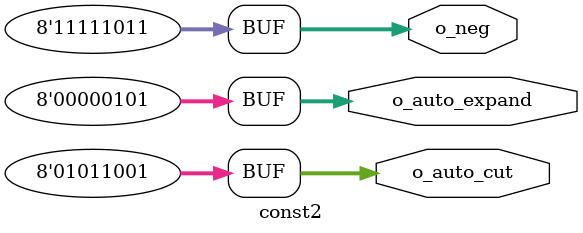
<source format=v>
module const2 (
    output reg [7:0] o_auto_expand,
    output reg [7:0] o_auto_cut,
    output reg [7:0] o_neg
);

    always @(*) begin
        o_auto_expand = 5;
        o_auto_cut    = 345;
        o_neg         = -5;
    end

endmodule

</source>
